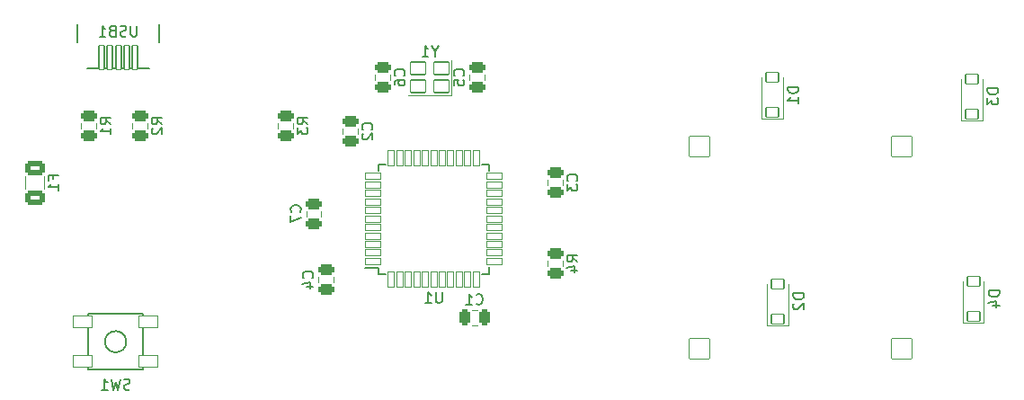
<source format=gbo>
G04 #@! TF.GenerationSoftware,KiCad,Pcbnew,8.0.4*
G04 #@! TF.CreationDate,2024-09-01T14:25:38-06:00*
G04 #@! TF.ProjectId,keyboard-pcb-mk1,6b657962-6f61-4726-942d-7063622d6d6b,rev?*
G04 #@! TF.SameCoordinates,Original*
G04 #@! TF.FileFunction,Legend,Bot*
G04 #@! TF.FilePolarity,Positive*
%FSLAX46Y46*%
G04 Gerber Fmt 4.6, Leading zero omitted, Abs format (unit mm)*
G04 Created by KiCad (PCBNEW 8.0.4) date 2024-09-01 14:25:38*
%MOMM*%
%LPD*%
G01*
G04 APERTURE LIST*
G04 Aperture macros list*
%AMRoundRect*
0 Rectangle with rounded corners*
0 $1 Rounding radius*
0 $2 $3 $4 $5 $6 $7 $8 $9 X,Y pos of 4 corners*
0 Add a 4 corners polygon primitive as box body*
4,1,4,$2,$3,$4,$5,$6,$7,$8,$9,$2,$3,0*
0 Add four circle primitives for the rounded corners*
1,1,$1+$1,$2,$3*
1,1,$1+$1,$4,$5*
1,1,$1+$1,$6,$7*
1,1,$1+$1,$8,$9*
0 Add four rect primitives between the rounded corners*
20,1,$1+$1,$2,$3,$4,$5,0*
20,1,$1+$1,$4,$5,$6,$7,0*
20,1,$1+$1,$6,$7,$8,$9,0*
20,1,$1+$1,$8,$9,$2,$3,0*%
%AMHorizOval*
0 Thick line with rounded ends*
0 $1 width*
0 $2 $3 position (X,Y) of the first rounded end (center of the circle)*
0 $4 $5 position (X,Y) of the second rounded end (center of the circle)*
0 Add line between two ends*
20,1,$1,$2,$3,$4,$5,0*
0 Add two circle primitives to create the rounded ends*
1,1,$1,$2,$3*
1,1,$1,$4,$5*%
G04 Aperture macros list end*
%ADD10C,0.150000*%
%ADD11C,0.120000*%
%ADD12C,1.852000*%
%ADD13C,4.089800*%
%ADD14HorizOval,2.352000X0.655001X0.730000X-0.655001X-0.730000X0*%
%ADD15C,2.352000*%
%ADD16HorizOval,2.352000X0.020000X0.290000X-0.020000X-0.290000X0*%
%ADD17C,2.007000*%
%ADD18RoundRect,0.051000X-0.952500X-0.952500X0.952500X-0.952500X0.952500X0.952500X-0.952500X0.952500X0*%
%ADD19RoundRect,0.269250X0.269250X0.481750X-0.269250X0.481750X-0.269250X-0.481750X0.269250X-0.481750X0*%
%ADD20RoundRect,0.269250X0.481750X-0.269250X0.481750X0.269250X-0.481750X0.269250X-0.481750X-0.269250X0*%
%ADD21RoundRect,0.269250X-0.481750X0.269250X-0.481750X-0.269250X0.481750X-0.269250X0.481750X0.269250X0*%
%ADD22RoundRect,0.051000X0.600000X-0.450000X0.600000X0.450000X-0.600000X0.450000X-0.600000X-0.450000X0*%
%ADD23RoundRect,0.051000X-0.750000X-0.275000X0.750000X-0.275000X0.750000X0.275000X-0.750000X0.275000X0*%
%ADD24RoundRect,0.051000X-0.275000X0.750000X-0.275000X-0.750000X0.275000X-0.750000X0.275000X0.750000X0*%
%ADD25RoundRect,0.051000X0.700000X0.600000X-0.700000X0.600000X-0.700000X-0.600000X0.700000X-0.600000X0*%
%ADD26RoundRect,0.051000X-0.250000X1.125000X-0.250000X-1.125000X0.250000X-1.125000X0.250000X1.125000X0*%
%ADD27O,1.802000X2.802000*%
%ADD28RoundRect,0.051000X0.900000X0.550000X-0.900000X0.550000X-0.900000X-0.550000X0.900000X-0.550000X0*%
%ADD29RoundRect,0.270400X0.655600X-0.405600X0.655600X0.405600X-0.655600X0.405600X-0.655600X-0.405600X0*%
G04 APERTURE END LIST*
D10*
X131727666Y-126368580D02*
X131775285Y-126416200D01*
X131775285Y-126416200D02*
X131918142Y-126463819D01*
X131918142Y-126463819D02*
X132013380Y-126463819D01*
X132013380Y-126463819D02*
X132156237Y-126416200D01*
X132156237Y-126416200D02*
X132251475Y-126320961D01*
X132251475Y-126320961D02*
X132299094Y-126225723D01*
X132299094Y-126225723D02*
X132346713Y-126035247D01*
X132346713Y-126035247D02*
X132346713Y-125892390D01*
X132346713Y-125892390D02*
X132299094Y-125701914D01*
X132299094Y-125701914D02*
X132251475Y-125606676D01*
X132251475Y-125606676D02*
X132156237Y-125511438D01*
X132156237Y-125511438D02*
X132013380Y-125463819D01*
X132013380Y-125463819D02*
X131918142Y-125463819D01*
X131918142Y-125463819D02*
X131775285Y-125511438D01*
X131775285Y-125511438D02*
X131727666Y-125559057D01*
X130775285Y-126463819D02*
X131346713Y-126463819D01*
X131060999Y-126463819D02*
X131060999Y-125463819D01*
X131060999Y-125463819D02*
X131156237Y-125606676D01*
X131156237Y-125606676D02*
X131251475Y-125701914D01*
X131251475Y-125701914D02*
X131346713Y-125749533D01*
X121886580Y-109966333D02*
X121934200Y-109918714D01*
X121934200Y-109918714D02*
X121981819Y-109775857D01*
X121981819Y-109775857D02*
X121981819Y-109680619D01*
X121981819Y-109680619D02*
X121934200Y-109537762D01*
X121934200Y-109537762D02*
X121838961Y-109442524D01*
X121838961Y-109442524D02*
X121743723Y-109394905D01*
X121743723Y-109394905D02*
X121553247Y-109347286D01*
X121553247Y-109347286D02*
X121410390Y-109347286D01*
X121410390Y-109347286D02*
X121219914Y-109394905D01*
X121219914Y-109394905D02*
X121124676Y-109442524D01*
X121124676Y-109442524D02*
X121029438Y-109537762D01*
X121029438Y-109537762D02*
X120981819Y-109680619D01*
X120981819Y-109680619D02*
X120981819Y-109775857D01*
X120981819Y-109775857D02*
X121029438Y-109918714D01*
X121029438Y-109918714D02*
X121077057Y-109966333D01*
X121077057Y-110347286D02*
X121029438Y-110394905D01*
X121029438Y-110394905D02*
X120981819Y-110490143D01*
X120981819Y-110490143D02*
X120981819Y-110728238D01*
X120981819Y-110728238D02*
X121029438Y-110823476D01*
X121029438Y-110823476D02*
X121077057Y-110871095D01*
X121077057Y-110871095D02*
X121172295Y-110918714D01*
X121172295Y-110918714D02*
X121267533Y-110918714D01*
X121267533Y-110918714D02*
X121410390Y-110871095D01*
X121410390Y-110871095D02*
X121981819Y-110299667D01*
X121981819Y-110299667D02*
X121981819Y-110918714D01*
X141190580Y-114792333D02*
X141238200Y-114744714D01*
X141238200Y-114744714D02*
X141285819Y-114601857D01*
X141285819Y-114601857D02*
X141285819Y-114506619D01*
X141285819Y-114506619D02*
X141238200Y-114363762D01*
X141238200Y-114363762D02*
X141142961Y-114268524D01*
X141142961Y-114268524D02*
X141047723Y-114220905D01*
X141047723Y-114220905D02*
X140857247Y-114173286D01*
X140857247Y-114173286D02*
X140714390Y-114173286D01*
X140714390Y-114173286D02*
X140523914Y-114220905D01*
X140523914Y-114220905D02*
X140428676Y-114268524D01*
X140428676Y-114268524D02*
X140333438Y-114363762D01*
X140333438Y-114363762D02*
X140285819Y-114506619D01*
X140285819Y-114506619D02*
X140285819Y-114601857D01*
X140285819Y-114601857D02*
X140333438Y-114744714D01*
X140333438Y-114744714D02*
X140381057Y-114792333D01*
X140285819Y-115125667D02*
X140285819Y-115744714D01*
X140285819Y-115744714D02*
X140666771Y-115411381D01*
X140666771Y-115411381D02*
X140666771Y-115554238D01*
X140666771Y-115554238D02*
X140714390Y-115649476D01*
X140714390Y-115649476D02*
X140762009Y-115697095D01*
X140762009Y-115697095D02*
X140857247Y-115744714D01*
X140857247Y-115744714D02*
X141095342Y-115744714D01*
X141095342Y-115744714D02*
X141190580Y-115697095D01*
X141190580Y-115697095D02*
X141238200Y-115649476D01*
X141238200Y-115649476D02*
X141285819Y-115554238D01*
X141285819Y-115554238D02*
X141285819Y-115268524D01*
X141285819Y-115268524D02*
X141238200Y-115173286D01*
X141238200Y-115173286D02*
X141190580Y-115125667D01*
X130524580Y-104886333D02*
X130572200Y-104838714D01*
X130572200Y-104838714D02*
X130619819Y-104695857D01*
X130619819Y-104695857D02*
X130619819Y-104600619D01*
X130619819Y-104600619D02*
X130572200Y-104457762D01*
X130572200Y-104457762D02*
X130476961Y-104362524D01*
X130476961Y-104362524D02*
X130381723Y-104314905D01*
X130381723Y-104314905D02*
X130191247Y-104267286D01*
X130191247Y-104267286D02*
X130048390Y-104267286D01*
X130048390Y-104267286D02*
X129857914Y-104314905D01*
X129857914Y-104314905D02*
X129762676Y-104362524D01*
X129762676Y-104362524D02*
X129667438Y-104457762D01*
X129667438Y-104457762D02*
X129619819Y-104600619D01*
X129619819Y-104600619D02*
X129619819Y-104695857D01*
X129619819Y-104695857D02*
X129667438Y-104838714D01*
X129667438Y-104838714D02*
X129715057Y-104886333D01*
X129619819Y-105791095D02*
X129619819Y-105314905D01*
X129619819Y-105314905D02*
X130096009Y-105267286D01*
X130096009Y-105267286D02*
X130048390Y-105314905D01*
X130048390Y-105314905D02*
X130000771Y-105410143D01*
X130000771Y-105410143D02*
X130000771Y-105648238D01*
X130000771Y-105648238D02*
X130048390Y-105743476D01*
X130048390Y-105743476D02*
X130096009Y-105791095D01*
X130096009Y-105791095D02*
X130191247Y-105838714D01*
X130191247Y-105838714D02*
X130429342Y-105838714D01*
X130429342Y-105838714D02*
X130524580Y-105791095D01*
X130524580Y-105791095D02*
X130572200Y-105743476D01*
X130572200Y-105743476D02*
X130619819Y-105648238D01*
X130619819Y-105648238D02*
X130619819Y-105410143D01*
X130619819Y-105410143D02*
X130572200Y-105314905D01*
X130572200Y-105314905D02*
X130524580Y-105267286D01*
X124934580Y-104886333D02*
X124982200Y-104838714D01*
X124982200Y-104838714D02*
X125029819Y-104695857D01*
X125029819Y-104695857D02*
X125029819Y-104600619D01*
X125029819Y-104600619D02*
X124982200Y-104457762D01*
X124982200Y-104457762D02*
X124886961Y-104362524D01*
X124886961Y-104362524D02*
X124791723Y-104314905D01*
X124791723Y-104314905D02*
X124601247Y-104267286D01*
X124601247Y-104267286D02*
X124458390Y-104267286D01*
X124458390Y-104267286D02*
X124267914Y-104314905D01*
X124267914Y-104314905D02*
X124172676Y-104362524D01*
X124172676Y-104362524D02*
X124077438Y-104457762D01*
X124077438Y-104457762D02*
X124029819Y-104600619D01*
X124029819Y-104600619D02*
X124029819Y-104695857D01*
X124029819Y-104695857D02*
X124077438Y-104838714D01*
X124077438Y-104838714D02*
X124125057Y-104886333D01*
X124029819Y-105743476D02*
X124029819Y-105553000D01*
X124029819Y-105553000D02*
X124077438Y-105457762D01*
X124077438Y-105457762D02*
X124125057Y-105410143D01*
X124125057Y-105410143D02*
X124267914Y-105314905D01*
X124267914Y-105314905D02*
X124458390Y-105267286D01*
X124458390Y-105267286D02*
X124839342Y-105267286D01*
X124839342Y-105267286D02*
X124934580Y-105314905D01*
X124934580Y-105314905D02*
X124982200Y-105362524D01*
X124982200Y-105362524D02*
X125029819Y-105457762D01*
X125029819Y-105457762D02*
X125029819Y-105648238D01*
X125029819Y-105648238D02*
X124982200Y-105743476D01*
X124982200Y-105743476D02*
X124934580Y-105791095D01*
X124934580Y-105791095D02*
X124839342Y-105838714D01*
X124839342Y-105838714D02*
X124601247Y-105838714D01*
X124601247Y-105838714D02*
X124506009Y-105791095D01*
X124506009Y-105791095D02*
X124458390Y-105743476D01*
X124458390Y-105743476D02*
X124410771Y-105648238D01*
X124410771Y-105648238D02*
X124410771Y-105457762D01*
X124410771Y-105457762D02*
X124458390Y-105362524D01*
X124458390Y-105362524D02*
X124506009Y-105314905D01*
X124506009Y-105314905D02*
X124601247Y-105267286D01*
X115157580Y-117713333D02*
X115205200Y-117665714D01*
X115205200Y-117665714D02*
X115252819Y-117522857D01*
X115252819Y-117522857D02*
X115252819Y-117427619D01*
X115252819Y-117427619D02*
X115205200Y-117284762D01*
X115205200Y-117284762D02*
X115109961Y-117189524D01*
X115109961Y-117189524D02*
X115014723Y-117141905D01*
X115014723Y-117141905D02*
X114824247Y-117094286D01*
X114824247Y-117094286D02*
X114681390Y-117094286D01*
X114681390Y-117094286D02*
X114490914Y-117141905D01*
X114490914Y-117141905D02*
X114395676Y-117189524D01*
X114395676Y-117189524D02*
X114300438Y-117284762D01*
X114300438Y-117284762D02*
X114252819Y-117427619D01*
X114252819Y-117427619D02*
X114252819Y-117522857D01*
X114252819Y-117522857D02*
X114300438Y-117665714D01*
X114300438Y-117665714D02*
X114348057Y-117713333D01*
X114252819Y-118046667D02*
X114252819Y-118713333D01*
X114252819Y-118713333D02*
X115252819Y-118284762D01*
X180878819Y-106092905D02*
X179878819Y-106092905D01*
X179878819Y-106092905D02*
X179878819Y-106331000D01*
X179878819Y-106331000D02*
X179926438Y-106473857D01*
X179926438Y-106473857D02*
X180021676Y-106569095D01*
X180021676Y-106569095D02*
X180116914Y-106616714D01*
X180116914Y-106616714D02*
X180307390Y-106664333D01*
X180307390Y-106664333D02*
X180450247Y-106664333D01*
X180450247Y-106664333D02*
X180640723Y-106616714D01*
X180640723Y-106616714D02*
X180735961Y-106569095D01*
X180735961Y-106569095D02*
X180831200Y-106473857D01*
X180831200Y-106473857D02*
X180878819Y-106331000D01*
X180878819Y-106331000D02*
X180878819Y-106092905D01*
X179878819Y-106997667D02*
X179878819Y-107616714D01*
X179878819Y-107616714D02*
X180259771Y-107283381D01*
X180259771Y-107283381D02*
X180259771Y-107426238D01*
X180259771Y-107426238D02*
X180307390Y-107521476D01*
X180307390Y-107521476D02*
X180355009Y-107569095D01*
X180355009Y-107569095D02*
X180450247Y-107616714D01*
X180450247Y-107616714D02*
X180688342Y-107616714D01*
X180688342Y-107616714D02*
X180783580Y-107569095D01*
X180783580Y-107569095D02*
X180831200Y-107521476D01*
X180831200Y-107521476D02*
X180878819Y-107426238D01*
X180878819Y-107426238D02*
X180878819Y-107140524D01*
X180878819Y-107140524D02*
X180831200Y-107045286D01*
X180831200Y-107045286D02*
X180783580Y-106997667D01*
X181005819Y-125142905D02*
X180005819Y-125142905D01*
X180005819Y-125142905D02*
X180005819Y-125381000D01*
X180005819Y-125381000D02*
X180053438Y-125523857D01*
X180053438Y-125523857D02*
X180148676Y-125619095D01*
X180148676Y-125619095D02*
X180243914Y-125666714D01*
X180243914Y-125666714D02*
X180434390Y-125714333D01*
X180434390Y-125714333D02*
X180577247Y-125714333D01*
X180577247Y-125714333D02*
X180767723Y-125666714D01*
X180767723Y-125666714D02*
X180862961Y-125619095D01*
X180862961Y-125619095D02*
X180958200Y-125523857D01*
X180958200Y-125523857D02*
X181005819Y-125381000D01*
X181005819Y-125381000D02*
X181005819Y-125142905D01*
X180339152Y-126571476D02*
X181005819Y-126571476D01*
X179958200Y-126333381D02*
X180672485Y-126095286D01*
X180672485Y-126095286D02*
X180672485Y-126714333D01*
X141285819Y-122412333D02*
X140809628Y-122079000D01*
X141285819Y-121840905D02*
X140285819Y-121840905D01*
X140285819Y-121840905D02*
X140285819Y-122221857D01*
X140285819Y-122221857D02*
X140333438Y-122317095D01*
X140333438Y-122317095D02*
X140381057Y-122364714D01*
X140381057Y-122364714D02*
X140476295Y-122412333D01*
X140476295Y-122412333D02*
X140619152Y-122412333D01*
X140619152Y-122412333D02*
X140714390Y-122364714D01*
X140714390Y-122364714D02*
X140762009Y-122317095D01*
X140762009Y-122317095D02*
X140809628Y-122221857D01*
X140809628Y-122221857D02*
X140809628Y-121840905D01*
X140619152Y-123269476D02*
X141285819Y-123269476D01*
X140238200Y-123031381D02*
X140952485Y-122793286D01*
X140952485Y-122793286D02*
X140952485Y-123412333D01*
X128512904Y-125292819D02*
X128512904Y-126102342D01*
X128512904Y-126102342D02*
X128465285Y-126197580D01*
X128465285Y-126197580D02*
X128417666Y-126245200D01*
X128417666Y-126245200D02*
X128322428Y-126292819D01*
X128322428Y-126292819D02*
X128131952Y-126292819D01*
X128131952Y-126292819D02*
X128036714Y-126245200D01*
X128036714Y-126245200D02*
X127989095Y-126197580D01*
X127989095Y-126197580D02*
X127941476Y-126102342D01*
X127941476Y-126102342D02*
X127941476Y-125292819D01*
X126941476Y-126292819D02*
X127512904Y-126292819D01*
X127227190Y-126292819D02*
X127227190Y-125292819D01*
X127227190Y-125292819D02*
X127322428Y-125435676D01*
X127322428Y-125435676D02*
X127417666Y-125530914D01*
X127417666Y-125530914D02*
X127512904Y-125578533D01*
X127846190Y-102581628D02*
X127846190Y-103057819D01*
X128179523Y-102057819D02*
X127846190Y-102581628D01*
X127846190Y-102581628D02*
X127512857Y-102057819D01*
X126655714Y-103057819D02*
X127227142Y-103057819D01*
X126941428Y-103057819D02*
X126941428Y-102057819D01*
X126941428Y-102057819D02*
X127036666Y-102200676D01*
X127036666Y-102200676D02*
X127131904Y-102295914D01*
X127131904Y-102295914D02*
X127227142Y-102343533D01*
X102169819Y-109458333D02*
X101693628Y-109125000D01*
X102169819Y-108886905D02*
X101169819Y-108886905D01*
X101169819Y-108886905D02*
X101169819Y-109267857D01*
X101169819Y-109267857D02*
X101217438Y-109363095D01*
X101217438Y-109363095D02*
X101265057Y-109410714D01*
X101265057Y-109410714D02*
X101360295Y-109458333D01*
X101360295Y-109458333D02*
X101503152Y-109458333D01*
X101503152Y-109458333D02*
X101598390Y-109410714D01*
X101598390Y-109410714D02*
X101646009Y-109363095D01*
X101646009Y-109363095D02*
X101693628Y-109267857D01*
X101693628Y-109267857D02*
X101693628Y-108886905D01*
X101265057Y-109839286D02*
X101217438Y-109886905D01*
X101217438Y-109886905D02*
X101169819Y-109982143D01*
X101169819Y-109982143D02*
X101169819Y-110220238D01*
X101169819Y-110220238D02*
X101217438Y-110315476D01*
X101217438Y-110315476D02*
X101265057Y-110363095D01*
X101265057Y-110363095D02*
X101360295Y-110410714D01*
X101360295Y-110410714D02*
X101455533Y-110410714D01*
X101455533Y-110410714D02*
X101598390Y-110363095D01*
X101598390Y-110363095D02*
X102169819Y-109791667D01*
X102169819Y-109791667D02*
X102169819Y-110410714D01*
X99771094Y-100189819D02*
X99771094Y-100999342D01*
X99771094Y-100999342D02*
X99723475Y-101094580D01*
X99723475Y-101094580D02*
X99675856Y-101142200D01*
X99675856Y-101142200D02*
X99580618Y-101189819D01*
X99580618Y-101189819D02*
X99390142Y-101189819D01*
X99390142Y-101189819D02*
X99294904Y-101142200D01*
X99294904Y-101142200D02*
X99247285Y-101094580D01*
X99247285Y-101094580D02*
X99199666Y-100999342D01*
X99199666Y-100999342D02*
X99199666Y-100189819D01*
X98771094Y-101142200D02*
X98628237Y-101189819D01*
X98628237Y-101189819D02*
X98390142Y-101189819D01*
X98390142Y-101189819D02*
X98294904Y-101142200D01*
X98294904Y-101142200D02*
X98247285Y-101094580D01*
X98247285Y-101094580D02*
X98199666Y-100999342D01*
X98199666Y-100999342D02*
X98199666Y-100904104D01*
X98199666Y-100904104D02*
X98247285Y-100808866D01*
X98247285Y-100808866D02*
X98294904Y-100761247D01*
X98294904Y-100761247D02*
X98390142Y-100713628D01*
X98390142Y-100713628D02*
X98580618Y-100666009D01*
X98580618Y-100666009D02*
X98675856Y-100618390D01*
X98675856Y-100618390D02*
X98723475Y-100570771D01*
X98723475Y-100570771D02*
X98771094Y-100475533D01*
X98771094Y-100475533D02*
X98771094Y-100380295D01*
X98771094Y-100380295D02*
X98723475Y-100285057D01*
X98723475Y-100285057D02*
X98675856Y-100237438D01*
X98675856Y-100237438D02*
X98580618Y-100189819D01*
X98580618Y-100189819D02*
X98342523Y-100189819D01*
X98342523Y-100189819D02*
X98199666Y-100237438D01*
X97437761Y-100666009D02*
X97294904Y-100713628D01*
X97294904Y-100713628D02*
X97247285Y-100761247D01*
X97247285Y-100761247D02*
X97199666Y-100856485D01*
X97199666Y-100856485D02*
X97199666Y-100999342D01*
X97199666Y-100999342D02*
X97247285Y-101094580D01*
X97247285Y-101094580D02*
X97294904Y-101142200D01*
X97294904Y-101142200D02*
X97390142Y-101189819D01*
X97390142Y-101189819D02*
X97771094Y-101189819D01*
X97771094Y-101189819D02*
X97771094Y-100189819D01*
X97771094Y-100189819D02*
X97437761Y-100189819D01*
X97437761Y-100189819D02*
X97342523Y-100237438D01*
X97342523Y-100237438D02*
X97294904Y-100285057D01*
X97294904Y-100285057D02*
X97247285Y-100380295D01*
X97247285Y-100380295D02*
X97247285Y-100475533D01*
X97247285Y-100475533D02*
X97294904Y-100570771D01*
X97294904Y-100570771D02*
X97342523Y-100618390D01*
X97342523Y-100618390D02*
X97437761Y-100666009D01*
X97437761Y-100666009D02*
X97771094Y-100666009D01*
X96247285Y-101189819D02*
X96818713Y-101189819D01*
X96532999Y-101189819D02*
X96532999Y-100189819D01*
X96532999Y-100189819D02*
X96628237Y-100332676D01*
X96628237Y-100332676D02*
X96723475Y-100427914D01*
X96723475Y-100427914D02*
X96818713Y-100475533D01*
X115885819Y-109458333D02*
X115409628Y-109125000D01*
X115885819Y-108886905D02*
X114885819Y-108886905D01*
X114885819Y-108886905D02*
X114885819Y-109267857D01*
X114885819Y-109267857D02*
X114933438Y-109363095D01*
X114933438Y-109363095D02*
X114981057Y-109410714D01*
X114981057Y-109410714D02*
X115076295Y-109458333D01*
X115076295Y-109458333D02*
X115219152Y-109458333D01*
X115219152Y-109458333D02*
X115314390Y-109410714D01*
X115314390Y-109410714D02*
X115362009Y-109363095D01*
X115362009Y-109363095D02*
X115409628Y-109267857D01*
X115409628Y-109267857D02*
X115409628Y-108886905D01*
X114885819Y-109791667D02*
X114885819Y-110410714D01*
X114885819Y-110410714D02*
X115266771Y-110077381D01*
X115266771Y-110077381D02*
X115266771Y-110220238D01*
X115266771Y-110220238D02*
X115314390Y-110315476D01*
X115314390Y-110315476D02*
X115362009Y-110363095D01*
X115362009Y-110363095D02*
X115457247Y-110410714D01*
X115457247Y-110410714D02*
X115695342Y-110410714D01*
X115695342Y-110410714D02*
X115790580Y-110363095D01*
X115790580Y-110363095D02*
X115838200Y-110315476D01*
X115838200Y-110315476D02*
X115885819Y-110220238D01*
X115885819Y-110220238D02*
X115885819Y-109934524D01*
X115885819Y-109934524D02*
X115838200Y-109839286D01*
X115838200Y-109839286D02*
X115790580Y-109791667D01*
X99112332Y-134416200D02*
X98969475Y-134463819D01*
X98969475Y-134463819D02*
X98731380Y-134463819D01*
X98731380Y-134463819D02*
X98636142Y-134416200D01*
X98636142Y-134416200D02*
X98588523Y-134368580D01*
X98588523Y-134368580D02*
X98540904Y-134273342D01*
X98540904Y-134273342D02*
X98540904Y-134178104D01*
X98540904Y-134178104D02*
X98588523Y-134082866D01*
X98588523Y-134082866D02*
X98636142Y-134035247D01*
X98636142Y-134035247D02*
X98731380Y-133987628D01*
X98731380Y-133987628D02*
X98921856Y-133940009D01*
X98921856Y-133940009D02*
X99017094Y-133892390D01*
X99017094Y-133892390D02*
X99064713Y-133844771D01*
X99064713Y-133844771D02*
X99112332Y-133749533D01*
X99112332Y-133749533D02*
X99112332Y-133654295D01*
X99112332Y-133654295D02*
X99064713Y-133559057D01*
X99064713Y-133559057D02*
X99017094Y-133511438D01*
X99017094Y-133511438D02*
X98921856Y-133463819D01*
X98921856Y-133463819D02*
X98683761Y-133463819D01*
X98683761Y-133463819D02*
X98540904Y-133511438D01*
X98207570Y-133463819D02*
X97969475Y-134463819D01*
X97969475Y-134463819D02*
X97778999Y-133749533D01*
X97778999Y-133749533D02*
X97588523Y-134463819D01*
X97588523Y-134463819D02*
X97350428Y-133463819D01*
X96445666Y-134463819D02*
X97017094Y-134463819D01*
X96731380Y-134463819D02*
X96731380Y-133463819D01*
X96731380Y-133463819D02*
X96826618Y-133606676D01*
X96826618Y-133606676D02*
X96921856Y-133701914D01*
X96921856Y-133701914D02*
X97017094Y-133749533D01*
X97343819Y-109458333D02*
X96867628Y-109125000D01*
X97343819Y-108886905D02*
X96343819Y-108886905D01*
X96343819Y-108886905D02*
X96343819Y-109267857D01*
X96343819Y-109267857D02*
X96391438Y-109363095D01*
X96391438Y-109363095D02*
X96439057Y-109410714D01*
X96439057Y-109410714D02*
X96534295Y-109458333D01*
X96534295Y-109458333D02*
X96677152Y-109458333D01*
X96677152Y-109458333D02*
X96772390Y-109410714D01*
X96772390Y-109410714D02*
X96820009Y-109363095D01*
X96820009Y-109363095D02*
X96867628Y-109267857D01*
X96867628Y-109267857D02*
X96867628Y-108886905D01*
X97343819Y-110410714D02*
X97343819Y-109839286D01*
X97343819Y-110125000D02*
X96343819Y-110125000D01*
X96343819Y-110125000D02*
X96486676Y-110029762D01*
X96486676Y-110029762D02*
X96581914Y-109934524D01*
X96581914Y-109934524D02*
X96629533Y-109839286D01*
X116300580Y-123936333D02*
X116348200Y-123888714D01*
X116348200Y-123888714D02*
X116395819Y-123745857D01*
X116395819Y-123745857D02*
X116395819Y-123650619D01*
X116395819Y-123650619D02*
X116348200Y-123507762D01*
X116348200Y-123507762D02*
X116252961Y-123412524D01*
X116252961Y-123412524D02*
X116157723Y-123364905D01*
X116157723Y-123364905D02*
X115967247Y-123317286D01*
X115967247Y-123317286D02*
X115824390Y-123317286D01*
X115824390Y-123317286D02*
X115633914Y-123364905D01*
X115633914Y-123364905D02*
X115538676Y-123412524D01*
X115538676Y-123412524D02*
X115443438Y-123507762D01*
X115443438Y-123507762D02*
X115395819Y-123650619D01*
X115395819Y-123650619D02*
X115395819Y-123745857D01*
X115395819Y-123745857D02*
X115443438Y-123888714D01*
X115443438Y-123888714D02*
X115491057Y-123936333D01*
X115729152Y-124793476D02*
X116395819Y-124793476D01*
X115348200Y-124555381D02*
X116062485Y-124317286D01*
X116062485Y-124317286D02*
X116062485Y-124936333D01*
X91910009Y-114625666D02*
X91910009Y-114292333D01*
X92433819Y-114292333D02*
X91433819Y-114292333D01*
X91433819Y-114292333D02*
X91433819Y-114768523D01*
X92433819Y-115673285D02*
X92433819Y-115101857D01*
X92433819Y-115387571D02*
X91433819Y-115387571D01*
X91433819Y-115387571D02*
X91576676Y-115292333D01*
X91576676Y-115292333D02*
X91671914Y-115197095D01*
X91671914Y-115197095D02*
X91719533Y-115101857D01*
X162590819Y-125396905D02*
X161590819Y-125396905D01*
X161590819Y-125396905D02*
X161590819Y-125635000D01*
X161590819Y-125635000D02*
X161638438Y-125777857D01*
X161638438Y-125777857D02*
X161733676Y-125873095D01*
X161733676Y-125873095D02*
X161828914Y-125920714D01*
X161828914Y-125920714D02*
X162019390Y-125968333D01*
X162019390Y-125968333D02*
X162162247Y-125968333D01*
X162162247Y-125968333D02*
X162352723Y-125920714D01*
X162352723Y-125920714D02*
X162447961Y-125873095D01*
X162447961Y-125873095D02*
X162543200Y-125777857D01*
X162543200Y-125777857D02*
X162590819Y-125635000D01*
X162590819Y-125635000D02*
X162590819Y-125396905D01*
X161686057Y-126349286D02*
X161638438Y-126396905D01*
X161638438Y-126396905D02*
X161590819Y-126492143D01*
X161590819Y-126492143D02*
X161590819Y-126730238D01*
X161590819Y-126730238D02*
X161638438Y-126825476D01*
X161638438Y-126825476D02*
X161686057Y-126873095D01*
X161686057Y-126873095D02*
X161781295Y-126920714D01*
X161781295Y-126920714D02*
X161876533Y-126920714D01*
X161876533Y-126920714D02*
X162019390Y-126873095D01*
X162019390Y-126873095D02*
X162590819Y-126301667D01*
X162590819Y-126301667D02*
X162590819Y-126920714D01*
X162082819Y-105965905D02*
X161082819Y-105965905D01*
X161082819Y-105965905D02*
X161082819Y-106204000D01*
X161082819Y-106204000D02*
X161130438Y-106346857D01*
X161130438Y-106346857D02*
X161225676Y-106442095D01*
X161225676Y-106442095D02*
X161320914Y-106489714D01*
X161320914Y-106489714D02*
X161511390Y-106537333D01*
X161511390Y-106537333D02*
X161654247Y-106537333D01*
X161654247Y-106537333D02*
X161844723Y-106489714D01*
X161844723Y-106489714D02*
X161939961Y-106442095D01*
X161939961Y-106442095D02*
X162035200Y-106346857D01*
X162035200Y-106346857D02*
X162082819Y-106204000D01*
X162082819Y-106204000D02*
X162082819Y-105965905D01*
X162082819Y-107489714D02*
X162082819Y-106918286D01*
X162082819Y-107204000D02*
X161082819Y-107204000D01*
X161082819Y-107204000D02*
X161225676Y-107108762D01*
X161225676Y-107108762D02*
X161320914Y-107013524D01*
X161320914Y-107013524D02*
X161368533Y-106918286D01*
D11*
X131819578Y-126949000D02*
X131302422Y-126949000D01*
X131819578Y-128369000D02*
X131302422Y-128369000D01*
X119167000Y-110391578D02*
X119167000Y-109874422D01*
X120587000Y-110391578D02*
X120587000Y-109874422D01*
X138471000Y-115217578D02*
X138471000Y-114700422D01*
X139891000Y-115217578D02*
X139891000Y-114700422D01*
X131105000Y-104794422D02*
X131105000Y-105311578D01*
X132525000Y-104794422D02*
X132525000Y-105311578D01*
X122215000Y-105311578D02*
X122215000Y-104794422D01*
X123635000Y-105311578D02*
X123635000Y-104794422D01*
X115738000Y-117621422D02*
X115738000Y-118138578D01*
X117158000Y-117621422D02*
X117158000Y-118138578D01*
X177424000Y-109081000D02*
X177424000Y-105181000D01*
X179424000Y-109081000D02*
X177424000Y-109081000D01*
X179424000Y-109081000D02*
X179424000Y-105181000D01*
X177551000Y-128131000D02*
X177551000Y-124231000D01*
X179551000Y-128131000D02*
X177551000Y-128131000D01*
X179551000Y-128131000D02*
X179551000Y-124231000D01*
X138471000Y-122837578D02*
X138471000Y-122320422D01*
X139891000Y-122837578D02*
X139891000Y-122320422D01*
D10*
X122576000Y-113213000D02*
X122576000Y-113888000D01*
X122576000Y-113213000D02*
X123251000Y-113213000D01*
X122576000Y-122988000D02*
X121301000Y-122988000D01*
X122576000Y-123563000D02*
X122576000Y-122988000D01*
X122576000Y-123563000D02*
X123251000Y-123563000D01*
X132926000Y-113213000D02*
X132251000Y-113213000D01*
X132926000Y-113213000D02*
X132926000Y-113888000D01*
X132926000Y-123563000D02*
X132251000Y-123563000D01*
X132926000Y-123563000D02*
X132926000Y-122888000D01*
D11*
X129370000Y-103403000D02*
X129370000Y-106703000D01*
X129370000Y-106703000D02*
X125370000Y-106703000D01*
X99355000Y-109883578D02*
X99355000Y-109366422D01*
X100775000Y-109883578D02*
X100775000Y-109366422D01*
D10*
X94183000Y-98703000D02*
X94183000Y-104153000D01*
X94183000Y-104153000D02*
X101883000Y-104153000D01*
X101883000Y-98703000D02*
X101883000Y-104153000D01*
D11*
X113071000Y-109883578D02*
X113071000Y-109366422D01*
X114491000Y-109883578D02*
X114491000Y-109366422D01*
D10*
X95179000Y-127345000D02*
X95179000Y-132545000D01*
X95179000Y-132545000D02*
X100379000Y-132545000D01*
X100379000Y-127345000D02*
X95179000Y-127345000D01*
X100379000Y-132545000D02*
X100379000Y-127345000D01*
X98779000Y-129945000D02*
G75*
G02*
X96779000Y-129945000I-1000000J0D01*
G01*
X96779000Y-129945000D02*
G75*
G02*
X98779000Y-129945000I1000000J0D01*
G01*
D11*
X94529000Y-109883578D02*
X94529000Y-109366422D01*
X95949000Y-109883578D02*
X95949000Y-109366422D01*
X116881000Y-123844422D02*
X116881000Y-124361578D01*
X118301000Y-123844422D02*
X118301000Y-124361578D01*
X89249000Y-115561064D02*
X89249000Y-114356936D01*
X91069000Y-115561064D02*
X91069000Y-114356936D01*
X159136000Y-128385000D02*
X159136000Y-124485000D01*
X161136000Y-128385000D02*
X159136000Y-128385000D01*
X161136000Y-128385000D02*
X161136000Y-124485000D01*
X158628000Y-108954000D02*
X158628000Y-105054000D01*
X160628000Y-108954000D02*
X158628000Y-108954000D01*
X160628000Y-108954000D02*
X160628000Y-105054000D01*
%LPC*%
D12*
X165470000Y-106450000D03*
D13*
X170550000Y-106450000D03*
D12*
X175630000Y-106450000D03*
D14*
X167395001Y-103180000D03*
D15*
X168050000Y-102450000D03*
D16*
X173070000Y-101660000D03*
D15*
X173090000Y-101370000D03*
D17*
X169280000Y-111530000D03*
D18*
X171820000Y-111530000D03*
D12*
X146420000Y-106450000D03*
D13*
X151500000Y-106450000D03*
D12*
X156580000Y-106450000D03*
D14*
X148345001Y-103180000D03*
D15*
X149000000Y-102450000D03*
D16*
X154020000Y-101660000D03*
D15*
X154040000Y-101370000D03*
D17*
X150230000Y-111530000D03*
D18*
X152770000Y-111530000D03*
D12*
X165470000Y-125500000D03*
D13*
X170550000Y-125500000D03*
D12*
X175630000Y-125500000D03*
D14*
X167395001Y-122230000D03*
D15*
X168050000Y-121500000D03*
D16*
X173070000Y-120710000D03*
D15*
X173090000Y-120420000D03*
D17*
X169280000Y-130580000D03*
D18*
X171820000Y-130580000D03*
D12*
X146420000Y-125500000D03*
D13*
X151500000Y-125500000D03*
D12*
X156580000Y-125500000D03*
D14*
X148345001Y-122230000D03*
D15*
X149000000Y-121500000D03*
D16*
X154020000Y-120710000D03*
D15*
X154040000Y-120420000D03*
D17*
X150230000Y-130580000D03*
D18*
X152770000Y-130580000D03*
D19*
X132498500Y-127659000D03*
X130623500Y-127659000D03*
D20*
X119877000Y-111070500D03*
X119877000Y-109195500D03*
X139181000Y-115896500D03*
X139181000Y-114021500D03*
D21*
X131815000Y-104115500D03*
X131815000Y-105990500D03*
D20*
X122925000Y-105990500D03*
X122925000Y-104115500D03*
D21*
X116448000Y-116942500D03*
X116448000Y-118817500D03*
D22*
X178424000Y-108481000D03*
X178424000Y-105181000D03*
X178551000Y-127531000D03*
X178551000Y-124231000D03*
D20*
X139181000Y-123516500D03*
X139181000Y-121641500D03*
D23*
X122051000Y-122388000D03*
X122051000Y-121588000D03*
X122051000Y-120788000D03*
X122051000Y-119988000D03*
X122051000Y-119188000D03*
X122051000Y-118388000D03*
X122051000Y-117588000D03*
X122051000Y-116788000D03*
X122051000Y-115988000D03*
X122051000Y-115188000D03*
X122051000Y-114388000D03*
D24*
X123751000Y-112688000D03*
X124551000Y-112688000D03*
X125351000Y-112688000D03*
X126151000Y-112688000D03*
X126951000Y-112688000D03*
X127751000Y-112688000D03*
X128551000Y-112688000D03*
X129351000Y-112688000D03*
X130151000Y-112688000D03*
X130951000Y-112688000D03*
X131751000Y-112688000D03*
D23*
X133451000Y-114388000D03*
X133451000Y-115188000D03*
X133451000Y-115988000D03*
X133451000Y-116788000D03*
X133451000Y-117588000D03*
X133451000Y-118388000D03*
X133451000Y-119188000D03*
X133451000Y-119988000D03*
X133451000Y-120788000D03*
X133451000Y-121588000D03*
X133451000Y-122388000D03*
D24*
X131751000Y-124088000D03*
X130951000Y-124088000D03*
X130151000Y-124088000D03*
X129351000Y-124088000D03*
X128551000Y-124088000D03*
X127751000Y-124088000D03*
X126951000Y-124088000D03*
X126151000Y-124088000D03*
X125351000Y-124088000D03*
X124551000Y-124088000D03*
X123751000Y-124088000D03*
D25*
X128470000Y-105903000D03*
X126270000Y-105903000D03*
X126270000Y-104203000D03*
X128470000Y-104203000D03*
D20*
X100065000Y-110562500D03*
X100065000Y-108687500D03*
D26*
X99633000Y-103203000D03*
X98833000Y-103203000D03*
X98033000Y-103203000D03*
X97233000Y-103203000D03*
X96433000Y-103203000D03*
D27*
X101683000Y-98703000D03*
X94383000Y-98703000D03*
X101683000Y-103203000D03*
X94383000Y-103203000D03*
D20*
X113781000Y-110562500D03*
X113781000Y-108687500D03*
D28*
X94679000Y-131795000D03*
X100879000Y-128095000D03*
X94679000Y-128095000D03*
X100879000Y-131795000D03*
D20*
X95239000Y-110562500D03*
X95239000Y-108687500D03*
D21*
X117591000Y-123165500D03*
X117591000Y-125040500D03*
D29*
X90159000Y-116359000D03*
X90159000Y-113559000D03*
D22*
X160136000Y-127785000D03*
X160136000Y-124485000D03*
X159628000Y-108354000D03*
X159628000Y-105054000D03*
%LPD*%
M02*

</source>
